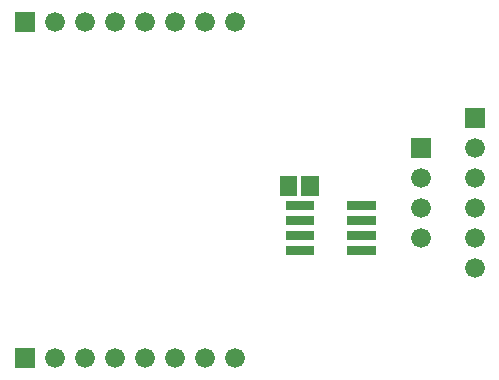
<source format=gbr>
G04 start of page 4 for group -4063 idx -4063 *
G04 Title: (unknown), componentmask *
G04 Creator: pcb 20091103 *
G04 CreationDate: Sun 20 Mar 2011 04:21:17 AM GMT UTC *
G04 For: gjhurlbu *
G04 Format: Gerber/RS-274X *
G04 PCB-Dimensions: 600000 500000 *
G04 PCB-Coordinate-Origin: lower left *
%MOIN*%
%FSLAX25Y25*%
%LNFRONTMASK*%
%ADD12C,0.0200*%
%ADD19C,0.0660*%
%ADD20R,0.0300X0.0300*%
%ADD21R,0.0572X0.0572*%
G54D12*G36*
X188700Y385300D02*Y378700D01*
X195300D01*
Y385300D01*
X188700D01*
G37*
G54D19*X192000Y372000D03*
Y362000D03*
Y352000D03*
Y342000D03*
Y332000D03*
G54D12*G36*
X170700Y375300D02*Y368700D01*
X177300D01*
Y375300D01*
X170700D01*
G37*
G54D19*X174000Y362000D03*
Y352000D03*
Y342000D03*
G54D12*G36*
X38700Y417300D02*Y410700D01*
X45300D01*
Y417300D01*
X38700D01*
G37*
G54D19*X52000Y414000D03*
X62000D03*
X72000D03*
X82000D03*
X92000D03*
X102000D03*
X112000D03*
G54D12*G36*
X38700Y305300D02*Y298700D01*
X45300D01*
Y305300D01*
X38700D01*
G37*
G54D19*X52000Y302000D03*
X62000D03*
X72000D03*
X82000D03*
X92000D03*
X102000D03*
X112000D03*
G54D20*X151000Y338000D02*X157500D01*
X151000Y343000D02*X157500D01*
X130500D02*X137000D01*
X151000Y348000D02*X157500D01*
X130500D02*X137000D01*
X151000Y353000D02*X157500D01*
X130500D02*X137000D01*
X130500Y338000D02*X137000D01*
G54D21*X137086Y359786D02*Y359000D01*
X130000Y359786D02*Y359000D01*
M02*

</source>
